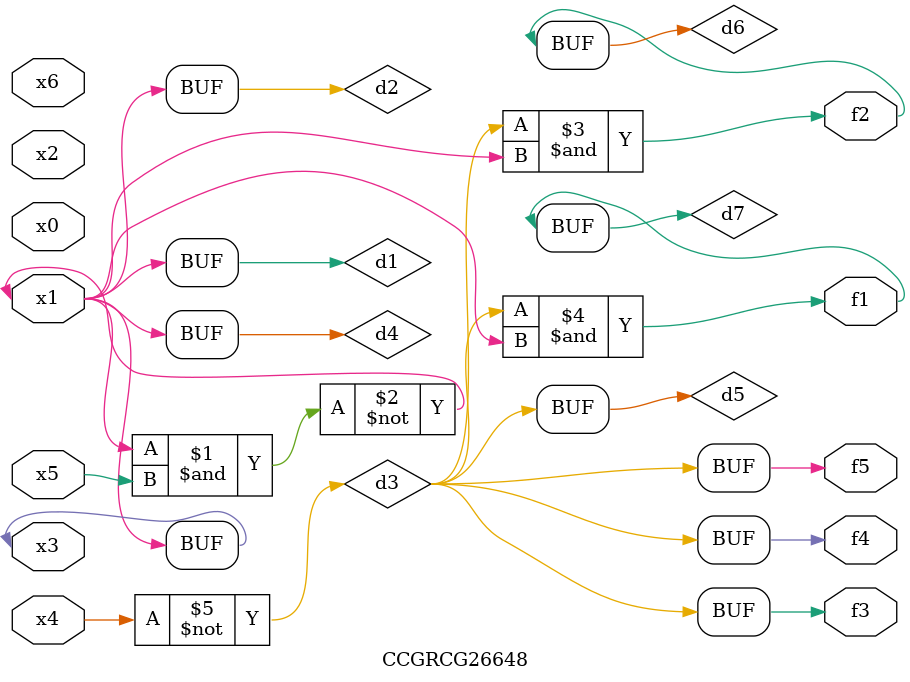
<source format=v>
module CCGRCG26648(
	input x0, x1, x2, x3, x4, x5, x6,
	output f1, f2, f3, f4, f5
);

	wire d1, d2, d3, d4, d5, d6, d7;

	buf (d1, x1, x3);
	nand (d2, x1, x5);
	not (d3, x4);
	buf (d4, d1, d2);
	buf (d5, d3);
	and (d6, d3, d4);
	and (d7, d3, d4);
	assign f1 = d7;
	assign f2 = d6;
	assign f3 = d5;
	assign f4 = d5;
	assign f5 = d5;
endmodule

</source>
